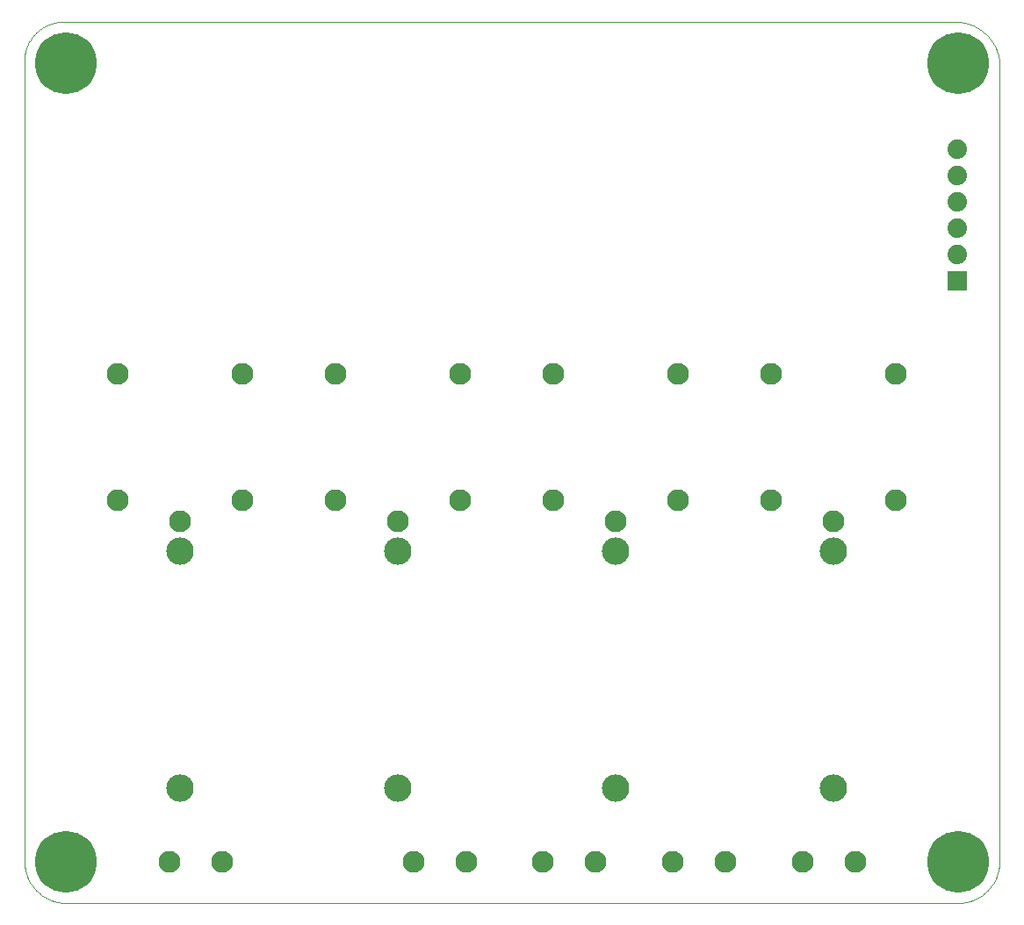
<source format=gbs>
G75*
%MOIN*%
%OFA0B0*%
%FSLAX25Y25*%
%IPPOS*%
%LPD*%
%AMOC8*
5,1,8,0,0,1.08239X$1,22.5*
%
%ADD10C,0.00000*%
%ADD11C,0.10400*%
%ADD12C,0.08274*%
%ADD13R,0.07400X0.07400*%
%ADD14C,0.07400*%
%ADD15C,0.23400*%
D10*
X0064523Y0024622D02*
X0064523Y0327772D01*
X0064503Y0328129D01*
X0064492Y0328486D01*
X0064490Y0328844D01*
X0064497Y0329201D01*
X0064512Y0329559D01*
X0064535Y0329915D01*
X0064568Y0330271D01*
X0064609Y0330627D01*
X0064658Y0330981D01*
X0064716Y0331334D01*
X0064783Y0331685D01*
X0064858Y0332035D01*
X0064941Y0332382D01*
X0065033Y0332728D01*
X0065133Y0333071D01*
X0065242Y0333412D01*
X0065358Y0333750D01*
X0065483Y0334085D01*
X0065616Y0334417D01*
X0065757Y0334746D01*
X0065905Y0335071D01*
X0066062Y0335392D01*
X0066226Y0335710D01*
X0066398Y0336024D01*
X0066577Y0336333D01*
X0066764Y0336638D01*
X0066958Y0336938D01*
X0067159Y0337234D01*
X0067368Y0337524D01*
X0067583Y0337810D01*
X0067805Y0338090D01*
X0068034Y0338365D01*
X0068270Y0338634D01*
X0068512Y0338897D01*
X0068760Y0339154D01*
X0069014Y0339406D01*
X0069274Y0339651D01*
X0069541Y0339890D01*
X0069813Y0340122D01*
X0070090Y0340348D01*
X0070373Y0340566D01*
X0070661Y0340778D01*
X0070954Y0340983D01*
X0071252Y0341181D01*
X0071554Y0341372D01*
X0071861Y0341555D01*
X0072173Y0341731D01*
X0072488Y0341899D01*
X0072808Y0342059D01*
X0073131Y0342212D01*
X0073458Y0342357D01*
X0073788Y0342493D01*
X0074122Y0342622D01*
X0074459Y0342743D01*
X0074798Y0342856D01*
X0075140Y0342960D01*
X0075484Y0343056D01*
X0075831Y0343144D01*
X0076180Y0343223D01*
X0076530Y0343294D01*
X0076882Y0343356D01*
X0077236Y0343410D01*
X0077591Y0343455D01*
X0077946Y0343492D01*
X0078303Y0343520D01*
X0078302Y0343520D02*
X0416885Y0343520D01*
X0416885Y0343519D02*
X0417296Y0343538D01*
X0417707Y0343547D01*
X0418118Y0343546D01*
X0418530Y0343535D01*
X0418940Y0343514D01*
X0419351Y0343482D01*
X0419760Y0343441D01*
X0420168Y0343390D01*
X0420575Y0343328D01*
X0420980Y0343257D01*
X0421383Y0343175D01*
X0421784Y0343084D01*
X0422183Y0342983D01*
X0422579Y0342873D01*
X0422973Y0342752D01*
X0423363Y0342622D01*
X0423750Y0342482D01*
X0424133Y0342333D01*
X0424513Y0342175D01*
X0424888Y0342007D01*
X0425260Y0341830D01*
X0425627Y0341645D01*
X0425989Y0341450D01*
X0426346Y0341246D01*
X0426699Y0341034D01*
X0427046Y0340813D01*
X0427387Y0340583D01*
X0427723Y0340345D01*
X0428053Y0340100D01*
X0428376Y0339846D01*
X0428694Y0339584D01*
X0429004Y0339314D01*
X0429308Y0339037D01*
X0429606Y0338753D01*
X0429896Y0338461D01*
X0430179Y0338163D01*
X0430454Y0337857D01*
X0430722Y0337545D01*
X0430982Y0337226D01*
X0431234Y0336901D01*
X0431479Y0336570D01*
X0431715Y0336233D01*
X0431942Y0335891D01*
X0432161Y0335542D01*
X0432372Y0335189D01*
X0432574Y0334831D01*
X0432767Y0334467D01*
X0432951Y0334099D01*
X0433126Y0333727D01*
X0433291Y0333351D01*
X0433448Y0332970D01*
X0433595Y0332586D01*
X0433732Y0332198D01*
X0433860Y0331807D01*
X0433979Y0331413D01*
X0434088Y0331017D01*
X0434186Y0330617D01*
X0434276Y0330216D01*
X0434355Y0329812D01*
X0434424Y0329407D01*
X0434483Y0328999D01*
X0434533Y0328591D01*
X0434572Y0328182D01*
X0434601Y0327771D01*
X0434602Y0327772D02*
X0434602Y0024622D01*
X0434597Y0024241D01*
X0434584Y0023861D01*
X0434561Y0023481D01*
X0434528Y0023102D01*
X0434487Y0022724D01*
X0434437Y0022347D01*
X0434377Y0021971D01*
X0434309Y0021596D01*
X0434231Y0021224D01*
X0434144Y0020853D01*
X0434049Y0020485D01*
X0433944Y0020119D01*
X0433831Y0019756D01*
X0433709Y0019395D01*
X0433579Y0019038D01*
X0433439Y0018684D01*
X0433292Y0018333D01*
X0433135Y0017986D01*
X0432971Y0017643D01*
X0432798Y0017304D01*
X0432617Y0016969D01*
X0432428Y0016638D01*
X0432231Y0016313D01*
X0432027Y0015992D01*
X0431814Y0015676D01*
X0431594Y0015366D01*
X0431367Y0015060D01*
X0431132Y0014761D01*
X0430890Y0014467D01*
X0430642Y0014179D01*
X0430386Y0013897D01*
X0430123Y0013622D01*
X0429854Y0013353D01*
X0429579Y0013090D01*
X0429297Y0012834D01*
X0429009Y0012586D01*
X0428715Y0012344D01*
X0428416Y0012109D01*
X0428110Y0011882D01*
X0427800Y0011662D01*
X0427484Y0011449D01*
X0427163Y0011245D01*
X0426838Y0011048D01*
X0426507Y0010859D01*
X0426172Y0010678D01*
X0425833Y0010505D01*
X0425490Y0010341D01*
X0425143Y0010184D01*
X0424792Y0010037D01*
X0424438Y0009897D01*
X0424081Y0009767D01*
X0423720Y0009645D01*
X0423357Y0009532D01*
X0422991Y0009427D01*
X0422623Y0009332D01*
X0422252Y0009245D01*
X0421880Y0009167D01*
X0421505Y0009099D01*
X0421129Y0009039D01*
X0420752Y0008989D01*
X0420374Y0008948D01*
X0419995Y0008915D01*
X0419615Y0008892D01*
X0419235Y0008879D01*
X0418854Y0008874D01*
X0080271Y0008874D01*
X0079890Y0008879D01*
X0079510Y0008892D01*
X0079130Y0008915D01*
X0078751Y0008948D01*
X0078373Y0008989D01*
X0077996Y0009039D01*
X0077620Y0009099D01*
X0077245Y0009167D01*
X0076873Y0009245D01*
X0076502Y0009332D01*
X0076134Y0009427D01*
X0075768Y0009532D01*
X0075405Y0009645D01*
X0075044Y0009767D01*
X0074687Y0009897D01*
X0074333Y0010037D01*
X0073982Y0010184D01*
X0073635Y0010341D01*
X0073292Y0010505D01*
X0072953Y0010678D01*
X0072618Y0010859D01*
X0072287Y0011048D01*
X0071962Y0011245D01*
X0071641Y0011449D01*
X0071325Y0011662D01*
X0071015Y0011882D01*
X0070709Y0012109D01*
X0070410Y0012344D01*
X0070116Y0012586D01*
X0069828Y0012834D01*
X0069546Y0013090D01*
X0069271Y0013353D01*
X0069002Y0013622D01*
X0068739Y0013897D01*
X0068483Y0014179D01*
X0068235Y0014467D01*
X0067993Y0014761D01*
X0067758Y0015060D01*
X0067531Y0015366D01*
X0067311Y0015676D01*
X0067098Y0015992D01*
X0066894Y0016313D01*
X0066697Y0016638D01*
X0066508Y0016969D01*
X0066327Y0017304D01*
X0066154Y0017643D01*
X0065990Y0017986D01*
X0065833Y0018333D01*
X0065686Y0018684D01*
X0065546Y0019038D01*
X0065416Y0019395D01*
X0065294Y0019756D01*
X0065181Y0020119D01*
X0065076Y0020485D01*
X0064981Y0020853D01*
X0064894Y0021224D01*
X0064816Y0021596D01*
X0064748Y0021971D01*
X0064688Y0022347D01*
X0064638Y0022724D01*
X0064597Y0023102D01*
X0064564Y0023481D01*
X0064541Y0023861D01*
X0064528Y0024241D01*
X0064523Y0024622D01*
D11*
X0123578Y0052457D03*
X0206255Y0052457D03*
X0288932Y0052457D03*
X0371610Y0052457D03*
X0371610Y0142457D03*
X0288932Y0142457D03*
X0206255Y0142457D03*
X0123578Y0142457D03*
D12*
X0123578Y0153953D03*
X0099956Y0161827D03*
X0147200Y0161827D03*
X0182633Y0161827D03*
X0206255Y0153953D03*
X0229877Y0161827D03*
X0265310Y0161827D03*
X0288932Y0153953D03*
X0312554Y0161827D03*
X0347987Y0161827D03*
X0371610Y0153953D03*
X0395232Y0161827D03*
X0395232Y0209858D03*
X0347987Y0209858D03*
X0312554Y0209858D03*
X0265310Y0209858D03*
X0229877Y0209858D03*
X0182633Y0209858D03*
X0147200Y0209858D03*
X0099956Y0209858D03*
X0119641Y0024622D03*
X0139641Y0024622D03*
X0212161Y0024622D03*
X0232161Y0024622D03*
X0261373Y0024622D03*
X0281373Y0024622D03*
X0310586Y0024622D03*
X0330586Y0024622D03*
X0359798Y0024622D03*
X0379798Y0024622D03*
D13*
X0418657Y0245055D03*
D14*
X0418657Y0255055D03*
X0418657Y0265055D03*
X0418657Y0275055D03*
X0418657Y0285055D03*
X0418657Y0295055D03*
D15*
X0418854Y0327772D03*
X0080271Y0327772D03*
X0080271Y0024622D03*
X0418854Y0024622D03*
M02*

</source>
